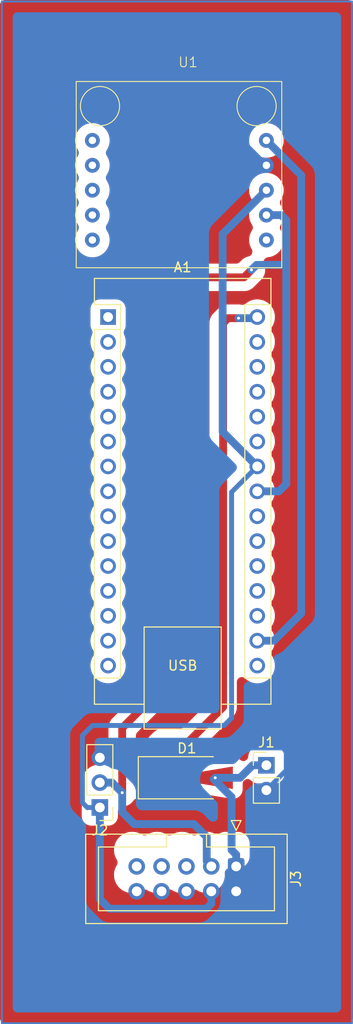
<source format=kicad_pcb>
(kicad_pcb (version 20240108) (generator "pcbnew") (generator_version "8.0")
  (layers (0 "F.Cu" signal) (31 "B.Cu" signal) (34 "B.Paste" user) (35 "F.Paste" user) (36 "B.SilkS" user "B.Silkscreen") (37 "F.SilkS" user "F.Silkscreen") (38 "B.Mask" user) (39 "F.Mask" user) (44 "Edge.Cuts" user))
  (net 0 "")
  (net 10 "3.3V")
  (net 15 "Net-(A1-A5)")
  (net 18 "Net-(A1-VIN)")
  (net 30 "Net-(D1-A)")
  (net 31 "GND")
  (net 44 "Net-(A1-A4)")
  (footprint "bno055:BNO055" (layer "F.Cu") (at 150.282 72.707)
    (property "Reference" "U1" (at 0 5.525 0) (layer "F.SilkS") (effects (font (thickness 0.1))))
    (property "Value" "~")
    (fp_rect (start -11.43 7.49) (end 9.57 26.49) (stroke (width 0.1)) (fill none) (layer "F.SilkS"))
    (fp_circle (center -9 10) (end -7 10) (stroke (width 0.1)) (fill none) (layer "F.SilkS"))
    (fp_circle (center 7 10) (end 9 10) (stroke (width 0.1)) (fill none) (layer "F.SilkS"))
    (pad "1" thru_hole circle (at 8 13.5) (size 1.524 1.524) (drill 0.762) (layers "*.Cu" "*.Mask") (net 10 "3.3V"))
    (pad "2" thru_hole circle (at 8 16.04) (size 1.524 1.524) (drill 0.762) (layers "*.Cu" "*.Mask") (net 31 "GND"))
    (pad "3" thru_hole circle (at 8 18.58) (size 1.524 1.524) (drill 0.762) (layers "*.Cu" "*.Mask") (net 15 "Net-(A1-A5)"))
    (pad "4" thru_hole circle (at 8 21.12) (size 1.524 1.524) (drill 0.762) (layers "*.Cu" "*.Mask") (net 44 "Net-(A1-A4)"))
    (pad "5" thru_hole circle (at 8 23.66) (size 1.524 1.524) (drill 0.762) (layers "*.Cu" "*.Mask"))
    (pad "6" thru_hole circle (at -9.78 13.5) (size 1.524 1.524) (drill 0.762) (layers "*.Cu" "*.Mask"))
    (pad "7" thru_hole circle (at -9.78 16.04) (size 1.524 1.524) (drill 0.762) (layers "*.Cu" "*.Mask"))
    (pad "8" thru_hole circle (at -9.78 18.58) (size 1.524 1.524) (drill 0.762) (layers "*.Cu" "*.Mask"))
    (pad "9" thru_hole circle (at -9.78 21.12) (size 1.524 1.524) (drill 0.762) (layers "*.Cu" "*.Mask"))
    (pad "10" thru_hole circle (at -9.78 23.66) (size 1.524 1.524) (drill 0.762) (layers "*.Cu" "*.Mask"))
  )
  (footprint "Diode_SMD:D_SMA-SMB_Universal_Handsoldering" (layer "F.Cu") (at 150.154 151.231)
    (property "Reference" "D1" (at 0 -3 0) (layer "F.SilkS"))
    (property "Value" "1N4007")
    (fp_line (start -4.96 -2.15) (end -4.96 2.15) (stroke (width 0.12)) (layer "F.SilkS"))
    (fp_line (start -4.96 -2.15) (end 2.7 -2.15) (stroke (width 0.12)) (layer "F.SilkS"))
    (fp_line (start -4.96 2.15) (end 2.7 2.15) (stroke (width 0.12)) (layer "F.SilkS"))
    (pad "1" smd trapezoid (at -2.9 0) (size 3.6 1.7) (rect_delta 0.6 0) (layers "F.Cu" "F.Paste" "F.Mask") (net 18 "Net-(A1-VIN)"))
    (pad "2" smd trapezoid (at 2.9 0 180) (size 3.6 1.7) (rect_delta 0.6 0) (layers "F.Cu" "F.Paste" "F.Mask") (net 30 "Net-(D1-A)"))
  )
  (footprint "Connector_PinHeader_2.54mm:PinHeader_1x03_P2.54mm_Vertical" (layer "F.Cu") (at 141.264 154.264 180)
    (property "Reference" "J2" (at 0 -2.33 0) (layer "F.SilkS"))
    (property "Value" "Conn_01x03_Pin")
    (fp_line (start 1.33 1.27) (end 1.33 6.41) (stroke (width 0.12)) (layer "F.SilkS"))
    (fp_line (start -1.33 6.41) (end 1.33 6.41) (stroke (width 0.12)) (layer "F.SilkS"))
    (fp_line (start -1.33 1.27) (end 1.33 1.27) (stroke (width 0.12)) (layer "F.SilkS"))
    (fp_line (start -1.33 1.27) (end -1.33 6.41) (stroke (width 0.12)) (layer "F.SilkS"))
    (fp_line (start -1.33 0) (end -1.33 -1.33) (stroke (width 0.12)) (layer "F.SilkS"))
    (fp_line (start -1.33 -1.33) (end 0 -1.33) (stroke (width 0.12)) (layer "F.SilkS"))
    (pad "1" thru_hole rect (at 0 0 180) (size 1.7 1.7) (drill 1) (layers "*.Cu" "*.Mask") (net 15 "Net-(A1-A5)"))
    (pad "2" thru_hole oval (at 0 2.54 180) (size 1.7 1.7) (drill 1) (layers "*.Cu" "*.Mask") (net 44 "Net-(A1-A4)"))
    (pad "3" thru_hole oval (at 0 5.08 180) (size 1.7 1.7) (drill 1) (layers "*.Cu" "*.Mask") (net 31 "GND"))
  )
  (footprint "Module:Arduino_Nano" (layer "F.Cu") (at 142.109 104.228)
    (property "Reference" "A1" (at 7.62 -5.08 0) (layer "F.SilkS"))
    (property "Value" "Arduino_Nano_v2.x")
    (fp_line (start -1.4 -3.94) (end -1.4 -1.27) (stroke (width 0.12)) (layer "F.SilkS"))
    (fp_line (start -1.4 1.27) (end -1.4 39.5) (stroke (width 0.12)) (layer "F.SilkS"))
    (fp_line (start -1.4 39.5) (end 3.68 39.5) (stroke (width 0.12)) (layer "F.SilkS"))
    (fp_line (start 1.27 -1.27) (end -1.4 -1.27) (stroke (width 0.12)) (layer "F.SilkS"))
    (fp_line (start 1.27 1.27) (end -1.4 1.27) (stroke (width 0.12)) (layer "F.SilkS"))
    (fp_line (start 1.27 1.27) (end 1.27 -1.27) (stroke (width 0.12)) (layer "F.SilkS"))
    (fp_line (start 1.27 1.27) (end 1.27 36.83) (stroke (width 0.12)) (layer "F.SilkS"))
    (fp_line (start 1.27 36.83) (end -1.4 36.83) (stroke (width 0.12)) (layer "F.SilkS"))
    (fp_line (start 3.68 31.62) (end 11.56 31.62) (stroke (width 0.12)) (layer "F.SilkS"))
    (fp_line (start 3.68 42.04) (end 3.68 31.62) (stroke (width 0.12)) (layer "F.SilkS"))
    (fp_line (start 11.56 31.62) (end 11.56 42.04) (stroke (width 0.12)) (layer "F.SilkS"))
    (fp_line (start 11.56 42.04) (end 3.68 42.04) (stroke (width 0.12)) (layer "F.SilkS"))
    (fp_line (start 13.97 -1.27) (end 13.97 36.83) (stroke (width 0.12)) (layer "F.SilkS"))
    (fp_line (start 13.97 -1.27) (end 16.64 -1.27) (stroke (width 0.12)) (layer "F.SilkS"))
    (fp_line (start 13.97 36.83) (end 16.64 36.83) (stroke (width 0.12)) (layer "F.SilkS"))
    (fp_line (start 16.64 -3.94) (end -1.4 -3.94) (stroke (width 0.12)) (layer "F.SilkS"))
    (fp_line (start 16.64 39.5) (end 11.56 39.5) (stroke (width 0.12)) (layer "F.SilkS"))
    (fp_line (start 16.64 39.5) (end 16.64 -3.94) (stroke (width 0.12)) (layer "F.SilkS"))
    (fp_text user "USB" (at 7.62 35.56 0) (layer "F.SilkS"))
    (pad "1" thru_hole rect (at 0 0) (size 1.6 1.6) (drill 1) (layers "*.Cu" "*.Mask"))
    (pad "2" thru_hole oval (at 0 2.54) (size 1.6 1.6) (drill 1) (layers "*.Cu" "*.Mask"))
    (pad "3" thru_hole oval (at 0 5.08) (size 1.6 1.6) (drill 1) (layers "*.Cu" "*.Mask"))
    (pad "4" thru_hole oval (at 0 7.62) (size 1.6 1.6) (drill 1) (layers "*.Cu" "*.Mask"))
    (pad "5" thru_hole oval (at 0 10.16) (size 1.6 1.6) (drill 1) (layers "*.Cu" "*.Mask"))
    (pad "6" thru_hole oval (at 0 12.7) (size 1.6 1.6) (drill 1) (layers "*.Cu" "*.Mask"))
    (pad "7" thru_hole oval (at 0 15.24) (size 1.6 1.6) (drill 1) (layers "*.Cu" "*.Mask"))
    (pad "8" thru_hole oval (at 0 17.78) (size 1.6 1.6) (drill 1) (layers "*.Cu" "*.Mask"))
    (pad "9" thru_hole oval (at 0 20.32) (size 1.6 1.6) (drill 1) (layers "*.Cu" "*.Mask"))
    (pad "10" thru_hole oval (at 0 22.86) (size 1.6 1.6) (drill 1) (layers "*.Cu" "*.Mask"))
    (pad "11" thru_hole oval (at 0 25.4) (size 1.6 1.6) (drill 1) (layers "*.Cu" "*.Mask"))
    (pad "12" thru_hole oval (at 0 27.94) (size 1.6 1.6) (drill 1) (layers "*.Cu" "*.Mask"))
    (pad "13" thru_hole oval (at 0 30.48) (size 1.6 1.6) (drill 1) (layers "*.Cu" "*.Mask"))
    (pad "14" thru_hole oval (at 0 33.02) (size 1.6 1.6) (drill 1) (layers "*.Cu" "*.Mask"))
    (pad "15" thru_hole oval (at 0 35.56) (size 1.6 1.6) (drill 1) (layers "*.Cu" "*.Mask"))
    (pad "16" thru_hole oval (at 15.24 35.56) (size 1.6 1.6) (drill 1) (layers "*.Cu" "*.Mask"))
    (pad "17" thru_hole oval (at 15.24 33.02) (size 1.6 1.6) (drill 1) (layers "*.Cu" "*.Mask") (net 10 "3.3V"))
    (pad "18" thru_hole oval (at 15.24 30.48) (size 1.6 1.6) (drill 1) (layers "*.Cu" "*.Mask"))
    (pad "19" thru_hole oval (at 15.24 27.94) (size 1.6 1.6) (drill 1) (layers "*.Cu" "*.Mask"))
    (pad "20" thru_hole oval (at 15.24 25.4) (size 1.6 1.6) (drill 1) (layers "*.Cu" "*.Mask"))
    (pad "21" thru_hole oval (at 15.24 22.86) (size 1.6 1.6) (drill 1) (layers "*.Cu" "*.Mask"))
    (pad "22" thru_hole oval (at 15.24 20.32) (size 1.6 1.6) (drill 1) (layers "*.Cu" "*.Mask"))
    (pad "23" thru_hole oval (at 15.24 17.78) (size 1.6 1.6) (drill 1) (layers "*.Cu" "*.Mask") (net 44 "Net-(A1-A4)"))
    (pad "24" thru_hole oval (at 15.24 15.24) (size 1.6 1.6) (drill 1) (layers "*.Cu" "*.Mask") (net 15 "Net-(A1-A5)"))
    (pad "25" thru_hole oval (at 15.24 12.7) (size 1.6 1.6) (drill 1) (layers "*.Cu" "*.Mask"))
    (pad "26" thru_hole oval (at 15.24 10.16) (size 1.6 1.6) (drill 1) (layers "*.Cu" "*.Mask"))
    (pad "27" thru_hole oval (at 15.24 7.62) (size 1.6 1.6) (drill 1) (layers "*.Cu" "*.Mask"))
    (pad "28" thru_hole oval (at 15.24 5.08) (size 1.6 1.6) (drill 1) (layers "*.Cu" "*.Mask"))
    (pad "29" thru_hole oval (at 15.24 2.54) (size 1.6 1.6) (drill 1) (layers "*.Cu" "*.Mask"))
    (pad "30" thru_hole oval (at 15.24 0) (size 1.6 1.6) (drill 1) (layers "*.Cu" "*.Mask") (net 18 "Net-(A1-VIN)"))
  )
  (footprint "Connector_IDC:IDC-Header_2x05_P2.54mm_Vertical" (layer "F.Cu") (at 155.194 160.274 -90)
    (property "Reference" "J3" (at 1.27 -6.1 -90) (layer "F.SilkS"))
    (property "Value" "Conn_02x05_Counter_Clockwise")
    (fp_line (start -3.29 15.37) (end -3.29 -5.21) (stroke (width 0.12)) (layer "F.SilkS"))
    (fp_line (start 5.83 15.37) (end -3.29 15.37) (stroke (width 0.12)) (layer "F.SilkS"))
    (fp_line (start -1.98 14.07) (end -1.98 7.13) (stroke (width 0.12)) (layer "F.SilkS"))
    (fp_line (start 4.52 14.07) (end -1.98 14.07) (stroke (width 0.12)) (layer "F.SilkS"))
    (fp_line (start -1.98 7.13) (end -3.29 7.13) (stroke (width 0.12)) (layer "F.SilkS"))
    (fp_line (start -1.98 7.13) (end -1.98 7.13) (stroke (width 0.12)) (layer "F.SilkS"))
    (fp_line (start -3.29 3.03) (end -1.98 3.03) (stroke (width 0.12)) (layer "F.SilkS"))
    (fp_line (start -1.98 3.03) (end -1.98 -3.91) (stroke (width 0.12)) (layer "F.SilkS"))
    (fp_line (start -4.68 0.5) (end -3.68 0) (stroke (width 0.12)) (layer "F.SilkS"))
    (fp_line (start -3.68 0) (end -4.68 -0.5) (stroke (width 0.12)) (layer "F.SilkS"))
    (fp_line (start -4.68 -0.5) (end -4.68 0.5) (stroke (width 0.12)) (layer "F.SilkS"))
    (fp_line (start -1.98 -3.91) (end 4.52 -3.91) (stroke (width 0.12)) (layer "F.SilkS"))
    (fp_line (start 4.52 -3.91) (end 4.52 14.07) (stroke (width 0.12)) (layer "F.SilkS"))
    (fp_line (start -3.29 -5.21) (end 5.83 -5.21) (stroke (width 0.12)) (layer "F.SilkS"))
    (fp_line (start 5.83 -5.21) (end 5.83 15.37) (stroke (width 0.12)) (layer "F.SilkS"))
    (pad "1" thru_hole roundrect (at 0 0 270) (size 1.7 1.7) (drill 1) (layers "*.Cu" "*.Mask") (roundrect_rratio 0.147059) (net 30 "Net-(D1-A)"))
    (pad "2" thru_hole circle (at 2.54 0 270) (size 1.7 1.7) (drill 1) (layers "*.Cu" "*.Mask") (net 31 "GND"))
    (pad "3" thru_hole circle (at 0 2.54 270) (size 1.7 1.7) (drill 1) (layers "*.Cu" "*.Mask") (net 44 "Net-(A1-A4)"))
    (pad "4" thru_hole circle (at 2.54 2.54 270) (size 1.7 1.7) (drill 1) (layers "*.Cu" "*.Mask") (net 15 "Net-(A1-A5)"))
    (pad "5" thru_hole circle (at 0 5.08 270) (size 1.7 1.7) (drill 1) (layers "*.Cu" "*.Mask"))
    (pad "6" thru_hole circle (at 2.54 5.08 270) (size 1.7 1.7) (drill 1) (layers "*.Cu" "*.Mask"))
    (pad "7" thru_hole circle (at 0 7.62 270) (size 1.7 1.7) (drill 1) (layers "*.Cu" "*.Mask"))
    (pad "8" thru_hole circle (at 2.54 7.62 270) (size 1.7 1.7) (drill 1) (layers "*.Cu" "*.Mask"))
    (pad "9" thru_hole circle (at 0 10.16 270) (size 1.7 1.7) (drill 1) (layers "*.Cu" "*.Mask"))
    (pad "10" thru_hole circle (at 2.54 10.16 270) (size 1.7 1.7) (drill 1) (layers "*.Cu" "*.Mask"))
  )
  (footprint "Connector_PinHeader_2.54mm:PinHeader_1x02_P2.54mm_Vertical" (layer "F.Cu") (at 158.282 149.956)
    (property "Reference" "J1" (at 0 -2.33 0) (layer "F.SilkS"))
    (property "Value" "Conn_01x02_Pin")
    (fp_line (start -1.33 -1.33) (end 0 -1.33) (stroke (width 0.12)) (layer "F.SilkS"))
    (fp_line (start -1.33 0) (end -1.33 -1.33) (stroke (width 0.12)) (layer "F.SilkS"))
    (fp_line (start -1.33 1.27) (end -1.33 3.87) (stroke (width 0.12)) (layer "F.SilkS"))
    (fp_line (start -1.33 1.27) (end 1.33 1.27) (stroke (width 0.12)) (layer "F.SilkS"))
    (fp_line (start -1.33 3.87) (end 1.33 3.87) (stroke (width 0.12)) (layer "F.SilkS"))
    (fp_line (start 1.33 1.27) (end 1.33 3.87) (stroke (width 0.12)) (layer "F.SilkS"))
    (pad "1" thru_hole rect (at 0 0) (size 1.7 1.7) (drill 1) (layers "*.Cu" "*.Mask") (net 30 "Net-(D1-A)"))
    (pad "2" thru_hole oval (at 0 2.54) (size 1.7 1.7) (drill 1) (layers "*.Cu" "*.Mask") (net 31 "GND"))
  )
  (gr_rect (start 131.2564 72.0338) (end 167.0196 176.2754) (stroke (width 0.2)) (fill none) (layer "B.Cu"))
  (segment (start 161.838 89.763) (end 161.838 134.467) (width 0.8) (layer "B.Cu") (net 10))
  (segment (start 158.282 86.207) (end 161.838 89.763) (width 0.8) (layer "B.Cu") (net 10))
  (segment (start 161.838 134.467) (end 159.057 137.248) (width 0.8) (layer "B.Cu") (net 10))
  (segment (start 159.057 137.248) (end 157.349 137.248) (width 0.8) (layer "B.Cu") (net 10))
  (segment (start 153.964 145.897) (end 154.726 145.135) (width 0.5) (layer "B.Cu") (net 15))
  (segment (start 142.24 164.592) (end 152.146 164.592) (width 0.8) (layer "B.Cu") (net 15))
  (segment (start 154.726 145.135) (end 154.726 122.091) (width 0.5) (layer "B.Cu") (net 15))
  (segment (start 141.264 163.616) (end 142.24 164.592) (width 0.8) (layer "B.Cu") (net 15))
  (segment (start 140.009 154.264) (end 139.994 154.279) (width 0.5) (layer "B.Cu") (net 15))
  (segment (start 154.726 122.091) (end 157.349 119.468) (width 0.5) (layer "B.Cu") (net 15))
  (segment (start 153.8116 95.7574) (end 153.8116 115.9306) (width 0.8) (layer "B.Cu") (net 15))
  (segment (start 141.264 154.264) (end 141.264 163.616) (width 0.8) (layer "B.Cu") (net 15))
  (segment (start 141.264 154.264) (end 140.009 154.264) (width 0.5) (layer "B.Cu") (net 15))
  (segment (start 139.486 153.771) (end 139.486 146.913) (width 0.5) (layer "B.Cu") (net 15))
  (segment (start 139.486 146.913) (end 140.502 145.897) (width 0.5) (layer "B.Cu") (net 15))
  (segment (start 140.502 145.897) (end 153.964 145.897) (width 0.5) (layer "B.Cu") (net 15))
  (segment (start 152.654 164.084) (end 152.654 162.814) (width 0.8) (layer "B.Cu") (net 15))
  (segment (start 139.994 154.279) (end 139.486 153.771) (width 0.5) (layer "B.Cu") (net 15))
  (segment (start 153.8116 115.9306) (end 157.349 119.468) (width 0.8) (layer "B.Cu") (net 15))
  (segment (start 152.146 164.592) (end 152.654 164.084) (width 0.8) (layer "B.Cu") (net 15))
  (segment (start 158.282 91.287) (end 153.8116 95.7574) (width 0.8) (layer "B.Cu") (net 15))
  (segment (start 154.3704 104.3426) (end 155.4372 104.3426) (width 0.8) (layer "F.Cu") (net 18))
  (segment (start 147.254 148.0858) (end 147.7156 147.6242) (width 0.8) (layer "F.Cu") (net 18))
  (segment (start 147.254 151.231) (end 147.254 148.0858) (width 0.8) (layer "F.Cu") (net 18))
  (segment (start 153.8624 104.8506) (end 154.3704 104.3426) (width 0.8) (layer "F.Cu") (net 18))
  (segment (start 150.2556 147.6242) (end 153.8624 144.0174) (width 0.8) (layer "F.Cu") (net 18))
  (segment (start 153.8624 144.0174) (end 153.8624 104.8506) (width 0.8) (layer "F.Cu") (net 18))
  (segment (start 147.7156 147.6242) (end 150.2556 147.6242) (width 0.8) (layer "F.Cu") (net 18))
  (via (at 155.4372 104.3426) (size 0.6) (drill 0.3) (layers "F.Cu" "B.Cu") (net 18))
  (segment (start 155.4372 104.3426) (end 157.2344 104.3426) (width 0.8) (layer "B.Cu") (net 18))
  (segment (start 157.2344 104.3426) (end 157.349 104.228) (width 0.8) (layer "B.Cu") (net 18))
  (via (at 153.054 151.231) (size 0.6) (drill 0.3) (layers "F.Cu" "B.Cu") (net 30))
  (segment (start 154.726 153.202) (end 152.908 151.384) (width 0.8) (layer "B.Cu") (net 30))
  (segment (start 154.726 158.597) (end 155.194 159.065) (width 0.8) (layer "B.Cu") (net 30))
  (segment (start 152.908 151.384) (end 152.908 151.377) (width 0.8) (layer "B.Cu") (net 30))
  (segment (start 154.726 158.597) (end 154.726 153.202) (width 0.8) (layer "B.Cu") (net 30))
  (segment (start 155.194 159.065) (end 155.194 160.274) (width 0.8) (layer "B.Cu") (net 30))
  (segment (start 156.876 149.956) (end 158.282 149.956) (width 0.8) (layer "B.Cu") (net 30))
  (segment (start 153.054 151.231) (end 155.601 151.231) (width 0.8) (layer "B.Cu") (net 30))
  (segment (start 152.908 151.377) (end 153.054 151.231) (width 0.8) (layer "B.Cu") (net 30))
  (segment (start 155.601 151.231) (end 156.876 149.956) (width 0.8) (layer "B.Cu") (net 30))
  (segment (start 160.314 150.464) (end 160.314 148.183) (width 0.5) (layer "B.Cu") (net 31))
  (segment (start 162.346 83.9718) (end 155.4372 83.9718) (width 0.5) (layer "B.Cu") (net 31))
  (segment (start 157.2965 162.306) (end 157.2965 161.1065) (width 0.5) (layer "B.Cu") (net 31))
  (segment (start 157.4235 160.9795) (end 157.266 161.137) (width 0.5) (layer "B.Cu") (net 31))
  (segment (start 142.265 148.183) (end 141.264 149.184) (width 0.5) (layer "B.Cu") (net 31))
  (segment (start 163.616 144.881) (end 163.616 85.2418) (width 0.5) (layer "B.Cu") (net 31))
  (segment (start 155.2848 84.1242) (end 155.2848 85.7498) (width 0.5) (layer "B.Cu") (net 31))
  (segment (start 155.194 162.814) (end 156.7885 162.814) (width 0.5) (layer "B.Cu") (net 31))
  (segment (start 155.2848 85.7498) (end 158.282 88.747) (width 0.5) (layer "B.Cu") (net 31))
  (segment (start 160.314 148.183) (end 163.616 144.881) (width 0.5) (layer "B.Cu") (net 31))
  (segment (start 158.282 152.496) (end 160.314 150.464) (width 0.5) (layer "B.Cu") (net 31))
  (segment (start 158.282 155.803) (end 158.282 156.311) (width 0.5) (layer "B.Cu") (net 31))
  (segment (start 156.7885 162.814) (end 157.2965 162.306) (width 0.5) (layer "B.Cu") (net 31))
  (segment (start 158.282 156.311) (end 158.282 156.819) (width 0.5) (layer "B.Cu") (net 31))
  (segment (start 158.282 156.819) (end 158.282 160.121) (width 0.5) (layer "B.Cu") (net 31))
  (segment (start 163.616 85.2418) (end 162.346 83.9718) (width 0.5) (layer "B.Cu") (net 31))
  (segment (start 158.282 152.496) (end 158.282 155.803) (width 0.5) (layer "B.Cu") (net 31))
  (segment (start 158.282 160.121) (end 157.4235 160.9795) (width 0.5) (layer "B.Cu") (net 31))
  (segment (start 157.2965 161.1065) (end 157.4235 160.9795) (width 0.5) (layer "B.Cu") (net 31))
  (segment (start 155.4372 83.9718) (end 155.2848 84.1242) (width 0.5) (layer "B.Cu") (net 31))
  (segment (start 160.314 148.183) (end 142.265 148.183) (width 0.5) (layer "B.Cu") (net 31))
  (segment (start 155.996 100.177) (end 147.106 100.177) (width 0.8) (layer "F.Cu") (net 44))
  (segment (start 147.106 142.595) (end 143.55 146.151) (width 0.8) (layer "F.Cu") (net 44))
  (segment (start 143.55 146.151) (end 143.55 152.755) (width 0.8) (layer "F.Cu") (net 44))
  (segment (start 147.106 100.177) (end 147.106 142.595) (width 0.8) (layer "F.Cu") (net 44))
  (segment (start 156.758 99.415) (end 155.996 100.177) (width 0.8) (layer "F.Cu") (net 44))
  (via (at 143.55 152.755) (size 0.6) (drill 0.3) (layers "F.Cu" "B.Cu") (net 44))
  (via (at 156.758 99.415) (size 0.6) (drill 0.3) (layers "F.Cu" "B.Cu") (net 44))
  (segment (start 157.266 98.907) (end 156.758 99.415) (width 0.8) (layer "B.Cu") (net 44))
  (segment (start 160.314 98.907) (end 160.314 121.259) (width 0.8) (layer "B.Cu") (net 44))
  (segment (start 142.519 151.724) (end 143.55 152.755) (width 0.8) (layer "B.Cu") (net 44))
  (segment (start 160.314 94.335) (end 160.314 98.907) (width 0.8) (layer "B.Cu") (net 44))
  (segment (start 150.876 155.956) (end 152.186 157.266) (width 0.8) (layer "B.Cu") (net 44))
  (segment (start 159.565 122.008) (end 157.349 122.008) (width 0.8) (layer "B.Cu") (net 44))
  (segment (start 159.806 93.827) (end 160.314 94.335) (width 0.8) (layer "B.Cu") (net 44))
  (segment (start 143.55 152.755) (end 143.55 154.726) (width 0.8) (layer "B.Cu") (net 44))
  (segment (start 160.314 98.907) (end 157.266 98.907) (width 0.8) (layer "B.Cu") (net 44))
  (segment (start 158.282 93.827) (end 159.806 93.827) (width 0.8) (layer "B.Cu") (net 44))
  (segment (start 152.186 157.266) (end 152.186 159.722786) (width 0.8) (layer "B.Cu") (net 44))
  (segment (start 143.55 154.726) (end 144.78 155.956) (width 0.8) (layer "B.Cu") (net 44))
  (segment (start 152.186 159.722786) (end 152.695607 160.232393) (width 0.8) (layer "B.Cu") (net 44))
  (segment (start 160.314 121.259) (end 159.565 122.008) (width 0.8) (layer "B.Cu") (net 44))
  (segment (start 144.78 155.956) (end 150.876 155.956) (width 0.8) (layer "B.Cu") (net 44))
  (segment (start 141.264 151.724) (end 142.519 151.724) (width 0.8) (layer "B.Cu") (net 44))
  (zone (net 31) (net_name "GND") (layers "F&B.Cu") (connect_pads yes (clearance 1)) (min_thickness 1) (fill yes (thermal_gap 1) (thermal_bridge_width 1))
    (polygon (pts (xy 167.132 71.882) (xy 167.132 176.276) (xy 131.064 176.276) (xy 131.064 71.882)))
  )
)
</source>
